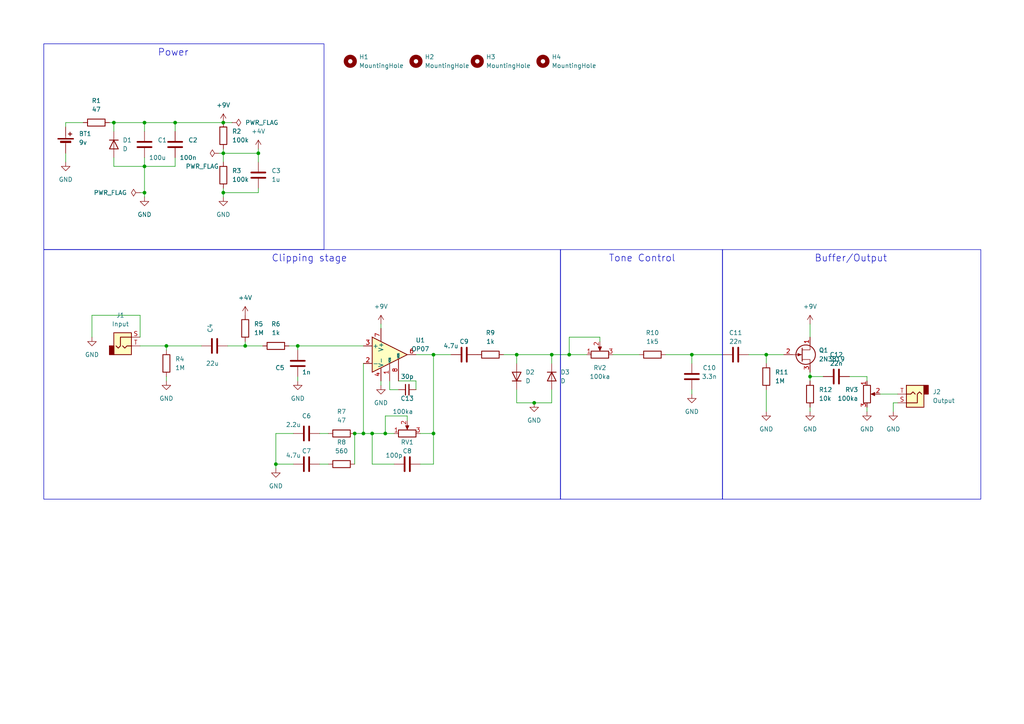
<source format=kicad_sch>
(kicad_sch (version 20230121) (generator eeschema)
  (paper "A4")
  (lib_symbols
    (symbol "Amplifier_Operational:OP07" (pin_names (offset 0.127))
      (property "Reference" "U" (at 1.27 6.35 0))
      (property "Value" "OP07" (at 1.27 3.81 0))
      (symbol "OP07_0_1"
        (polyline (pts (xy -5.08 5.08) (xy 5.08 0) (xy -5.08 -5.08) (xy -5.08 5.08)) (stroke (width 0.254)) (fill (type background)))
      )
      (symbol "OP07_1_1"
        (pin input line (at 0 -7.62 90) (length 5.08) (name "VOS") (number "1"))
        (pin input line (at -7.62 -2.54 0) (length 2.54) (name "-") (number "2"))
        (pin input line (at -7.62 2.54 0) (length 2.54) (name "+") (number "3"))
        (pin power_in line (at -2.54 -7.62 90) (length 3.81) (name "V-") (number "4"))
        (pin no_connect line (at 0 2.54 270) (length 2.54) hide (name "NC") (number "5"))
        (pin output line (at 7.62 0 180) (length 2.54) (name "~") (number "6"))
        (pin power_in line (at -2.54 7.62 270) (length 3.81) (name "V+") (number "7"))
        (pin input line (at 2.54 -7.62 90) (length 6.35) (name "VOS") (number "8"))
      )
    )
    (symbol "Connector_Audio:AudioJack2"
      (property "Reference" "J" (at 0 8.89 0))
      (property "Value" "AudioJack2" (at 0 6.35 0))
      (symbol "AudioJack2_0_1"
        (rectangle (start -3.81 0) (end -2.54 -2.54) (stroke (width 0.254)) (fill (type outline)))
        (rectangle (start -2.54 3.81) (end 2.54 -2.54) (stroke (width 0.254)) (fill (type background)))
        (polyline (pts (xy 0 0) (xy 0.635 -0.635) (xy 1.27 0) (xy 2.54 0)) (stroke (width 0.254)))
        (polyline (pts (xy 2.54 2.54) (xy -0.635 2.54) (xy -0.635 0) (xy -1.27 -0.635) (xy -1.905 0)) (stroke (width 0.254)))
      )
      (symbol "AudioJack2_1_1"
        (pin passive line (at 5.08 2.54 180) (length 2.54) (name "~") (number "S"))
        (pin passive line (at 5.08 0 180) (length 2.54) (name "~") (number "T"))
      )
    )
    (symbol "Device:Battery_Cell" (pin_numbers hide) (pin_names (offset 0) hide)
      (property "Reference" "BT" (at 2.54 2.54 0))
      (property "Value" "Battery_Cell" (at 2.54 0 0))
      (symbol "Battery_Cell_0_1"
        (rectangle (start -2.286 1.778) (end 2.286 1.524) (fill (type outline)))
        (rectangle (start -1.524 1.016) (end 1.524 0.508) (fill (type outline)))
        (polyline (pts (xy 0 0.762) (xy 0 0)))
        (polyline (pts (xy 0 1.778) (xy 0 2.54)))
        (polyline (pts (xy 0.762 3.048) (xy 1.778 3.048)) (stroke (width 0.254)))
        (polyline (pts (xy 1.27 3.556) (xy 1.27 2.54)) (stroke (width 0.254)))
      )
      (symbol "Battery_Cell_1_1"
        (pin passive line (at 0 5.08 270) (length 2.54) (name "+") (number "1"))
        (pin passive line (at 0 -2.54 90) (length 2.54) (name "-") (number "2"))
      )
    )
    (symbol "Device:C" (pin_numbers hide) (pin_names (offset 0.254))
      (property "Reference" "C" (at 0.635 2.54 0))
      (property "Value" "C" (at 0.635 -2.54 0))
      (symbol "C_0_1"
        (polyline (pts (xy -2.032 -0.762) (xy 2.032 -0.762)) (stroke (width 0.508)))
        (polyline (pts (xy -2.032 0.762) (xy 2.032 0.762)) (stroke (width 0.508)))
      )
      (symbol "C_1_1"
        (pin passive line (at 0 3.81 270) (length 2.794) (name "~") (number "1"))
        (pin passive line (at 0 -3.81 90) (length 2.794) (name "~") (number "2"))
      )
    )
    (symbol "Device:C_Small" (pin_numbers hide) (pin_names (offset 0.254) hide)
      (property "Reference" "C" (at 0.254 1.778 0))
      (property "Value" "C_Small" (at 0.254 -2.032 0))
      (symbol "C_Small_0_1"
        (polyline (pts (xy -1.524 -0.508) (xy 1.524 -0.508)) (stroke (width 0.3302)))
        (polyline (pts (xy -1.524 0.508) (xy 1.524 0.508)) (stroke (width 0.3048)))
      )
      (symbol "C_Small_1_1"
        (pin passive line (at 0 2.54 270) (length 2.032) (name "~") (number "1"))
        (pin passive line (at 0 -2.54 90) (length 2.032) (name "~") (number "2"))
      )
    )
    (symbol "Device:D" (pin_numbers hide) (pin_names (offset 1.016) hide)
      (property "Reference" "D" (at 0 2.54 0))
      (property "Value" "D" (at 0 -2.54 0))
      (symbol "D_0_1"
        (polyline (pts (xy -1.27 1.27) (xy -1.27 -1.27)) (stroke (width 0.254)))
        (polyline (pts (xy 1.27 0) (xy -1.27 0)))
        (polyline (pts (xy 1.27 1.27) (xy 1.27 -1.27) (xy -1.27 0) (xy 1.27 1.27)) (stroke (width 0.254)))
      )
      (symbol "D_1_1"
        (pin passive line (at -3.81 0 0) (length 2.54) (name "K") (number "1"))
        (pin passive line (at 3.81 0 180) (length 2.54) (name "A") (number "2"))
      )
    )
    (symbol "Device:R" (pin_numbers hide) (pin_names (offset 0))
      (property "Reference" "R" (at 2.032 0 90))
      (property "Value" "R" (at 0 0 90))
      (symbol "R_0_1"
        (rectangle (start -1.016 -2.54) (end 1.016 2.54) (stroke (width 0.254)))
      )
      (symbol "R_1_1"
        (pin passive line (at 0 3.81 270) (length 1.27) (name "~") (number "1"))
        (pin passive line (at 0 -3.81 90) (length 1.27) (name "~") (number "2"))
      )
    )
    (symbol "Device:R_Potentiometer" (pin_names (offset 1.016) hide)
      (property "Reference" "RV" (at -4.445 0 90))
      (property "Value" "R_Potentiometer" (at -2.54 0 90))
      (symbol "R_Potentiometer_0_1"
        (polyline (pts (xy 2.54 0) (xy 1.524 0)))
        (polyline (pts (xy 1.143 0) (xy 2.286 0.508) (xy 2.286 -0.508) (xy 1.143 0)) (fill (type outline)))
        (rectangle (start 1.016 2.54) (end -1.016 -2.54) (stroke (width 0.254)))
      )
      (symbol "R_Potentiometer_1_1"
        (pin passive line (at 0 3.81 270) (length 1.27) (name "1") (number "1"))
        (pin passive line (at 3.81 0 180) (length 1.27) (name "2") (number "2"))
        (pin passive line (at 0 -3.81 90) (length 1.27) (name "3") (number "3"))
      )
    )
    (symbol "Mechanical:MountingHole" (pin_names (offset 1.016))
      (property "Reference" "H" (at 0 5.08 0))
      (property "Value" "MountingHole" (at 0 3.175 0))
      (symbol "MountingHole_0_1"
        (circle (center 0 0) (radius 1.27) (stroke (width 1.27)))
      )
    )
    (symbol "Transistor_FET:2N3819" (pin_names hide)
      (property "Reference" "Q" (at 5.08 1.905 0))
      (property "Value" "2N3819" (at 5.08 0 0))
      (symbol "2N3819_0_1"
        (polyline (pts (xy 0.254 0) (xy -2.54 0)))
        (polyline (pts (xy 0.254 1.905) (xy 0.254 -1.905)) (stroke (width 0.254)))
        (polyline (pts (xy 2.54 -2.54) (xy 2.54 -1.397) (xy 0.254 -1.397)))
        (polyline (pts (xy 2.54 2.54) (xy 2.54 1.397) (xy 0.254 1.397)))
        (polyline (pts (xy 0 0) (xy -1.016 0.381) (xy -1.016 -0.381) (xy 0 0)) (fill (type outline)))
        (circle (center 1.27 0) (radius 2.8194) (stroke (width 0.254)))
      )
      (symbol "2N3819_1_1"
        (pin passive line (at 2.54 5.08 270) (length 2.54) (name "D") (number "1"))
        (pin input line (at -5.08 0 0) (length 2.54) (name "G") (number "2"))
        (pin passive line (at 2.54 -5.08 90) (length 2.54) (name "S") (number "3"))
      )
    )
    (symbol "power:+4V" (power) (pin_names (offset 0))
      (property "Value" "+4V" (at 0 3.556 0))
      (symbol "+4V_0_1"
        (polyline (pts (xy -0.762 1.27) (xy 0 2.54)))
        (polyline (pts (xy 0 0) (xy 0 2.54)))
        (polyline (pts (xy 0 2.54) (xy 0.762 1.27)))
      )
      (symbol "+4V_1_1"
        (pin power_in line (at 0 0 90) (length 0) hide (name "+4V") (number "1"))
      )
    )
    (symbol "power:+9V" (power) (pin_names (offset 0))
      (property "Value" "+9V" (at 0 3.556 0))
      (symbol "+9V_0_1"
        (polyline (pts (xy -0.762 1.27) (xy 0 2.54)))
        (polyline (pts (xy 0 0) (xy 0 2.54)))
        (polyline (pts (xy 0 2.54) (xy 0.762 1.27)))
      )
      (symbol "+9V_1_1"
        (pin power_in line (at 0 0 90) (length 0) hide (name "+9V") (number "1"))
      )
    )
    (symbol "power:GND" (power) (pin_names (offset 0))
      (property "Value" "GND" (at 0 -3.81 0))
      (symbol "GND_0_1"
        (polyline (pts (xy 0 0) (xy 0 -1.27) (xy 1.27 -1.27) (xy 0 -2.54) (xy -1.27 -1.27) (xy 0 -1.27)))
      )
      (symbol "GND_1_1"
        (pin power_in line (at 0 0 270) (length 0) hide (name "GND") (number "1"))
      )
    )
    (symbol "power:PWR_FLAG" (power) (pin_numbers hide) (pin_names (offset 0) hide)
      (property "Value" "PWR_FLAG" (at 0 3.81 0))
      (symbol "PWR_FLAG_0_0"
        (pin power_out line (at 0 0 90) (length 0) (name "pwr") (number "1"))
      )
      (symbol "PWR_FLAG_0_1"
        (polyline (pts (xy 0 0) (xy 0 1.27) (xy -1.016 1.905) (xy 0 2.54) (xy 1.016 1.905) (xy 0 1.27)))
      )
    )
  )
  (junction (at 149.86 102.87))
  (junction (at 64.77 55.88))
  (junction (at 71.12 100.33))
  (junction (at 200.66 102.87))
  (junction (at 50.8 35.56))
  (junction (at 160.02 102.87))
  (junction (at 64.77 35.56))
  (junction (at 125.73 102.87))
  (junction (at 222.25 102.87))
  (junction (at 74.93 44.45))
  (junction (at 41.91 35.56))
  (junction (at 80.01 134.62))
  (junction (at 111.76 125.73))
  (junction (at 154.94 116.84))
  (junction (at 125.73 125.73))
  (junction (at 64.77 44.45))
  (junction (at 165.1 102.87))
  (junction (at 105.41 125.73))
  (junction (at 48.26 100.33))
  (junction (at 234.95 109.22))
  (junction (at 86.36 100.33))
  (junction (at 41.91 48.26))
  (junction (at 41.91 55.88))
  (junction (at 33.02 35.56))
  (junction (at 102.87 125.73))
  (junction (at 107.95 125.73))
  (wire (pts (xy 19.05 44.45) (xy 19.05 46.99)))
  (wire (pts (xy 33.02 45.72) (xy 33.02 48.26)))
  (wire (pts (xy 76.2 100.33) (xy 71.12 100.33)))
  (wire (pts (xy 102.87 125.73) (xy 105.41 125.73)))
  (wire (pts (xy 86.36 100.33) (xy 105.41 100.33)))
  (wire (pts (xy 160.02 102.87) (xy 165.1 102.87)))
  (wire (pts (xy 86.36 100.33) (xy 86.36 101.6)))
  (wire (pts (xy 121.92 125.73) (xy 125.73 125.73)))
  (wire (pts (xy 102.87 125.73) (xy 102.87 134.62)))
  (wire (pts (xy 200.66 102.87) (xy 209.55 102.87)))
  (wire (pts (xy 40.64 97.79) (xy 40.64 91.44)))
  (wire (pts (xy 24.13 35.56) (xy 19.05 35.56)))
  (wire (pts (xy 111.76 125.73) (xy 114.3 125.73)))
  (wire (pts (xy 149.86 116.84) (xy 154.94 116.84)))
  (wire (pts (xy 234.95 109.22) (xy 238.76 109.22)))
  (wire (pts (xy 48.26 110.49) (xy 48.26 109.22)))
  (wire (pts (xy 259.08 116.84) (xy 259.08 119.38)))
  (wire (pts (xy 64.77 44.45) (xy 74.93 44.45)))
  (wire (pts (xy 107.95 134.62) (xy 114.3 134.62)))
  (wire (pts (xy 71.12 100.33) (xy 71.12 99.06)))
  (wire (pts (xy 217.17 102.87) (xy 222.25 102.87)))
  (wire (pts (xy 234.95 119.38) (xy 234.95 118.11)))
  (wire (pts (xy 95.25 134.62) (xy 92.71 134.62)))
  (wire (pts (xy 74.93 55.88) (xy 74.93 54.61)))
  (wire (pts (xy 234.95 107.95) (xy 234.95 109.22)))
  (wire (pts (xy 85.09 125.73) (xy 80.01 125.73)))
  (wire (pts (xy 74.93 46.99) (xy 74.93 44.45)))
  (wire (pts (xy 165.1 102.87) (xy 170.18 102.87)))
  (wire (pts (xy 26.67 91.44) (xy 26.67 97.79)))
  (wire (pts (xy 105.41 105.41) (xy 105.41 125.73)))
  (wire (pts (xy 64.77 44.45) (xy 64.77 46.99)))
  (wire (pts (xy 200.66 102.87) (xy 200.66 105.41)))
  (wire (pts (xy 105.41 125.73) (xy 107.95 125.73)))
  (wire (pts (xy 41.91 57.15) (xy 41.91 55.88)))
  (wire (pts (xy 165.1 97.79) (xy 165.1 102.87)))
  (wire (pts (xy 120.65 110.49) (xy 120.65 113.03)))
  (wire (pts (xy 149.86 113.03) (xy 149.86 116.84)))
  (wire (pts (xy 125.73 134.62) (xy 121.92 134.62)))
  (wire (pts (xy 33.02 48.26) (xy 41.91 48.26)))
  (wire (pts (xy 41.91 55.88) (xy 41.91 48.26)))
  (wire (pts (xy 110.49 93.98) (xy 110.49 95.25)))
  (wire (pts (xy 48.26 101.6) (xy 48.26 100.33)))
  (wire (pts (xy 118.11 120.65) (xy 111.76 120.65)))
  (wire (pts (xy 120.65 102.87) (xy 125.73 102.87)))
  (wire (pts (xy 234.95 93.98) (xy 234.95 97.79)))
  (wire (pts (xy 64.77 55.88) (xy 64.77 57.15)))
  (wire (pts (xy 80.01 135.89) (xy 80.01 134.62)))
  (wire (pts (xy 64.77 55.88) (xy 74.93 55.88)))
  (wire (pts (xy 41.91 48.26) (xy 50.8 48.26)))
  (wire (pts (xy 130.81 102.87) (xy 125.73 102.87)))
  (wire (pts (xy 64.77 43.18) (xy 64.77 44.45)))
  (wire (pts (xy 115.57 110.49) (xy 120.65 110.49)))
  (wire (pts (xy 222.25 102.87) (xy 227.33 102.87)))
  (wire (pts (xy 125.73 125.73) (xy 125.73 134.62)))
  (wire (pts (xy 80.01 134.62) (xy 85.09 134.62)))
  (wire (pts (xy 40.64 91.44) (xy 26.67 91.44)))
  (wire (pts (xy 173.99 97.79) (xy 165.1 97.79)))
  (wire (pts (xy 33.02 38.1) (xy 33.02 35.56)))
  (wire (pts (xy 222.25 102.87) (xy 222.25 105.41)))
  (wire (pts (xy 113.03 113.03) (xy 115.57 113.03)))
  (wire (pts (xy 50.8 35.56) (xy 64.77 35.56)))
  (wire (pts (xy 83.82 100.33) (xy 86.36 100.33)))
  (wire (pts (xy 50.8 48.26) (xy 50.8 45.72)))
  (wire (pts (xy 67.31 35.56) (xy 64.77 35.56)))
  (wire (pts (xy 41.91 35.56) (xy 50.8 35.56)))
  (wire (pts (xy 125.73 125.73) (xy 125.73 102.87)))
  (wire (pts (xy 63.5 44.45) (xy 64.77 44.45)))
  (wire (pts (xy 255.27 114.3) (xy 260.35 114.3)))
  (wire (pts (xy 251.46 110.49) (xy 251.46 109.22)))
  (wire (pts (xy 222.25 119.38) (xy 222.25 113.03)))
  (wire (pts (xy 64.77 54.61) (xy 64.77 55.88)))
  (wire (pts (xy 251.46 109.22) (xy 246.38 109.22)))
  (wire (pts (xy 160.02 102.87) (xy 160.02 105.41)))
  (wire (pts (xy 41.91 35.56) (xy 41.91 38.1)))
  (wire (pts (xy 154.94 116.84) (xy 160.02 116.84)))
  (wire (pts (xy 200.66 113.03) (xy 200.66 114.3)))
  (wire (pts (xy 110.49 111.76) (xy 110.49 110.49)))
  (wire (pts (xy 113.03 110.49) (xy 113.03 113.03)))
  (wire (pts (xy 260.35 116.84) (xy 259.08 116.84)))
  (wire (pts (xy 149.86 102.87) (xy 149.86 105.41)))
  (wire (pts (xy 80.01 125.73) (xy 80.01 134.62)))
  (wire (pts (xy 107.95 125.73) (xy 107.95 134.62)))
  (wire (pts (xy 107.95 125.73) (xy 111.76 125.73)))
  (wire (pts (xy 33.02 35.56) (xy 41.91 35.56)))
  (wire (pts (xy 193.04 102.87) (xy 200.66 102.87)))
  (wire (pts (xy 31.75 35.56) (xy 33.02 35.56)))
  (wire (pts (xy 149.86 102.87) (xy 160.02 102.87)))
  (wire (pts (xy 95.25 125.73) (xy 92.71 125.73)))
  (wire (pts (xy 40.64 100.33) (xy 48.26 100.33)))
  (wire (pts (xy 173.99 99.06) (xy 173.99 97.79)))
  (wire (pts (xy 146.05 102.87) (xy 149.86 102.87)))
  (wire (pts (xy 19.05 35.56) (xy 19.05 36.83)))
  (wire (pts (xy 177.8 102.87) (xy 185.42 102.87)))
  (wire (pts (xy 40.64 55.88) (xy 41.91 55.88)))
  (wire (pts (xy 74.93 43.18) (xy 74.93 44.45)))
  (wire (pts (xy 160.02 116.84) (xy 160.02 113.03)))
  (wire (pts (xy 50.8 35.56) (xy 50.8 38.1)))
  (wire (pts (xy 251.46 118.11) (xy 251.46 119.38)))
  (wire (pts (xy 111.76 120.65) (xy 111.76 125.73)))
  (wire (pts (xy 118.11 120.65) (xy 118.11 121.92)))
  (wire (pts (xy 234.95 109.22) (xy 234.95 110.49)))
  (wire (pts (xy 66.04 100.33) (xy 71.12 100.33)))
  (wire (pts (xy 48.26 100.33) (xy 58.42 100.33)))
  (wire (pts (xy 41.91 48.26) (xy 41.91 45.72)))
  (wire (pts (xy 86.36 109.22) (xy 86.36 110.49)))
  (rectangle (start 12.7 12.7) (end 93.98 72.39))
  (rectangle (start 12.7 72.39) (end 162.56 144.78))
  (rectangle (start 162.56 72.39) (end 209.55 144.78))
  (rectangle (start 209.55 72.39) (end 284.48 144.78))
  (text "Power" (at 45.72 16.51 0) (effects (font (size 2 2)) (justify left bottom)))
  (text "Tone Control" (at 176.53 76.2 0) (effects (font (size 2 2)) (justify left bottom)))
  (text "Clipping stage" (at 78.74 76.2 0) (effects (font (size 2 2)) (justify left bottom)))
  (text "Buffer/Output" (at 236.22 76.2 0) (effects (font (size 2 2)) (justify left bottom)))
  (symbol (lib_id "power:GND") (at 259.08 119.38 0) (unit 1)
    (property "Reference" "#PWR019" (effects hide))
    (property "Value" "GND" (at 259.08 124.46 0))
  )
  (symbol (lib_id "Mechanical:MountingHole") (at 120.65 17.78 0) (unit 1)
    (property "Reference" "H2" (at 123.19 16.51 0) (effects (justify left)))
    (property "Value" "MountingHole" (at 123.19 19.05 0) (effects (justify left)))
    (property "Footprint" "MountingHole:MountingHole_3.5mm_Pad_Via" (effects hide))
  )
  (symbol (lib_id "power:GND") (at 154.94 116.84 0) (unit 1)
    (property "Reference" "#PWR013" (effects hide))
    (property "Value" "GND" (at 154.94 121.92 0))
  )
  (symbol (lib_id "power:+4V") (at 71.12 91.44 0) (unit 1)
    (property "Reference" "#PWR08" (effects hide))
    (property "Value" "+4V" (at 71.12 86.36 0))
  )
  (symbol (lib_id "Device:C") (at 86.36 105.41 180) (unit 1)
    (property "Reference" "C5" (at 82.55 106.68 0) (effects (justify left)))
    (property "Value" "1n" (at 90.17 107.95 0) (effects (justify left)))
    (property "Footprint" "Capacitor_THT:C_Disc_D10.5mm_W5.0mm_P10.00mm" (effects hide))
  )
  (symbol (lib_id "power:GND") (at 26.67 97.79 0) (unit 1)
    (property "Reference" "#PWR06" (effects hide))
    (property "Value" "GND" (at 26.67 102.87 0))
  )
  (symbol (lib_id "Mechanical:MountingHole") (at 101.6 17.78 0) (unit 1)
    (property "Reference" "H1" (at 104.14 16.51 0) (effects (justify left)))
    (property "Value" "MountingHole" (at 104.14 19.05 0) (effects (justify left)))
    (property "Footprint" "MountingHole:MountingHole_3.5mm_Pad_Via" (effects hide))
  )
  (symbol (lib_id "Transistor_FET:2N3819") (at 232.41 102.87 0) (unit 1)
    (property "Reference" "Q1" (at 237.49 101.6 0) (effects (justify left)))
    (property "Value" "2N3819" (at 237.49 104.14 0) (effects (justify left)))
    (property "Footprint" "Package_TO_SOT_THT:TO-92" (effects hide))
    (property "Datasheet" "https://my.centralsemi.com/datasheets/2N3819.PDF" (effects hide))
  )
  (symbol (lib_id "power:GND") (at 251.46 119.38 0) (unit 1)
    (property "Reference" "#PWR018" (effects hide))
    (property "Value" "GND" (at 251.46 124.46 0))
  )
  (symbol (lib_id "Device:R") (at 64.77 39.37 180) (unit 1)
    (property "Reference" "R2" (at 67.31 38.1 0) (effects (justify right)))
    (property "Value" "100k" (at 67.31 40.64 0) (effects (justify right)))
    (property "Footprint" "Resistor_THT:R_Axial_DIN0207_L6.3mm_D2.5mm_P10.16mm_Horizontal" (effects hide))
  )
  (symbol (lib_id "power:GND") (at 41.91 57.15 0) (unit 1)
    (property "Reference" "#PWR01" (effects hide))
    (property "Value" "GND" (at 41.91 62.23 0))
  )
  (symbol (lib_id "Device:C") (at 74.93 50.8 0) (unit 1)
    (property "Reference" "C3" (at 78.74 49.53 0) (effects (justify left)))
    (property "Value" "1u" (at 78.74 52.07 0) (effects (justify left)))
    (property "Footprint" "Capacitor_THT:C_Disc_D10.5mm_W5.0mm_P10.00mm" (effects hide))
  )
  (symbol (lib_id "Amplifier_Operational:OP07") (at 113.03 102.87 0) (unit 1)
    (property "Reference" "U1" (at 121.92 98.6791 0))
    (property "Value" "OP07" (at 121.92 101.2191 0))
    (property "Footprint" "Package_DIP:DIP-8_W7.62mm_LongPads" (effects hide))
    (property "Datasheet" "https://www.analog.com/media/en/technical-documentation/data-sheets/OP07.pdf" (effects hide))
  )
  (symbol (lib_id "Device:C") (at 41.91 41.91 0) (unit 1)
    (property "Reference" "C1" (at 45.72 40.64 0) (effects (justify left)))
    (property "Value" "100u" (at 43.18 45.72 0) (effects (justify left)))
    (property "Footprint" "Capacitor_THT:C_Disc_D10.5mm_W5.0mm_P10.00mm" (effects hide))
  )
  (symbol (lib_id "power:GND") (at 222.25 119.38 0) (unit 1)
    (property "Reference" "#PWR015" (effects hide))
    (property "Value" "GND" (at 222.25 124.46 0))
  )
  (symbol (lib_id "Device:C") (at 88.9 125.73 90) (unit 1)
    (property "Reference" "C6" (at 88.9 120.65 90))
    (property "Value" "2.2u" (at 85.09 123.19 90))
    (property "Footprint" "Capacitor_THT:C_Disc_D10.5mm_W5.0mm_P10.00mm" (effects hide))
  )
  (symbol (lib_id "power:+9V") (at 64.77 35.56 0) (unit 1)
    (property "Reference" "#PWR04" (effects hide))
    (property "Value" "+9V" (at 64.77 30.48 0))
  )
  (symbol (lib_id "Connector_Audio:AudioJack2") (at 35.56 100.33 0) (unit 1)
    (property "Reference" "J1" (at 34.925 91.44 0))
    (property "Value" "Input" (at 34.925 93.98 0))
    (property "Footprint" "Connector_Audio:Jack_6.35mm_Neutrik_NMJ4HHD2_Horizontal" (effects hide))
  )
  (symbol (lib_id "Device:D") (at 160.02 109.22 270) (unit 1)
    (property "Reference" "D3" (at 162.56 107.95 90) (effects (justify left)))
    (property "Value" "D" (at 162.56 110.49 90) (effects (justify left)))
    (property "Footprint" "Diode_THT:D_DO-15_P12.70mm_Horizontal" (effects hide))
    (property "Sim.Device" "D" (effects hide))
    (property "Sim.Pins" "1=K 2=A" (effects hide))
  )
  (symbol (lib_id "power:GND") (at 86.36 110.49 0) (unit 1)
    (property "Reference" "#PWR09" (effects hide))
    (property "Value" "GND" (at 86.36 115.57 0))
  )
  (symbol (lib_id "power:+4V") (at 74.93 43.18 0) (unit 1)
    (property "Reference" "#PWR05" (effects hide))
    (property "Value" "+4V" (at 74.93 38.1 0))
  )
  (symbol (lib_id "Device:R_Potentiometer") (at 118.11 125.73 90) (unit 1)
    (property "Reference" "RV1" (at 118.11 128.27 90))
    (property "Value" "100ka" (at 116.84 119.38 90))
    (property "Footprint" "Potentiometer_THT:Potentiometer_Alps_RK09K_Single_Vertical" (effects hide))
  )
  (symbol (lib_id "power:GND") (at 19.05 46.99 0) (unit 1)
    (property "Reference" "#PWR02" (effects hide))
    (property "Value" "GND" (at 19.05 52.07 0))
  )
  (symbol (lib_id "Device:C") (at 88.9 134.62 90) (unit 1)
    (property "Reference" "C7" (at 88.9 130.81 90))
    (property "Value" "4.7u" (at 85.09 132.08 90))
    (property "Footprint" "Capacitor_THT:C_Disc_D10.5mm_W5.0mm_P10.00mm" (effects hide))
  )
  (symbol (lib_id "Device:R") (at 80.01 100.33 270) (unit 1)
    (property "Reference" "R6" (at 80.01 93.98 90))
    (property "Value" "1k" (at 80.01 96.52 90))
    (property "Footprint" "Resistor_THT:R_Axial_DIN0207_L6.3mm_D2.5mm_P10.16mm_Horizontal" (effects hide))
  )
  (symbol (lib_id "Device:R") (at 64.77 50.8 180) (unit 1)
    (property "Reference" "R3" (at 67.31 49.53 0) (effects (justify right)))
    (property "Value" "100k" (at 67.31 52.07 0) (effects (justify right)))
    (property "Footprint" "Resistor_THT:R_Axial_DIN0207_L6.3mm_D2.5mm_P10.16mm_Horizontal" (effects hide))
  )
  (symbol (lib_id "power:+9V") (at 110.49 93.98 0) (unit 1)
    (property "Reference" "#PWR011" (effects hide))
    (property "Value" "+9V" (at 110.49 88.9 0))
  )
  (symbol (lib_id "Device:C") (at 242.57 109.22 270) (unit 1)
    (property "Reference" "C12" (at 242.57 102.87 90))
    (property "Value" "22n" (at 242.57 105.41 90))
    (property "Footprint" "Capacitor_THT:C_Disc_D10.5mm_W5.0mm_P10.00mm" (effects hide))
  )
  (symbol (lib_id "Device:R") (at 222.25 109.22 180) (unit 1)
    (property "Reference" "R11" (at 224.79 107.95 0) (effects (justify right)))
    (property "Value" "1M" (at 224.79 110.49 0) (effects (justify right)))
    (property "Footprint" "Resistor_THT:R_Axial_DIN0207_L6.3mm_D2.5mm_P10.16mm_Horizontal" (effects hide))
  )
  (symbol (lib_id "Mechanical:MountingHole") (at 157.48 17.78 0) (unit 1)
    (property "Reference" "H4" (at 160.02 16.51 0) (effects (justify left)))
    (property "Value" "MountingHole" (at 160.02 19.05 0) (effects (justify left)))
    (property "Footprint" "MountingHole:MountingHole_3.5mm_Pad_Via" (effects hide))
  )
  (symbol (lib_id "Device:C") (at 118.11 134.62 90) (unit 1)
    (property "Reference" "C8" (at 118.11 130.81 90))
    (property "Value" "100p" (at 114.3 132.08 90))
    (property "Footprint" "Capacitor_THT:C_Disc_D10.5mm_W5.0mm_P10.00mm" (effects hide))
  )
  (symbol (lib_id "power:GND") (at 234.95 119.38 0) (unit 1)
    (property "Reference" "#PWR017" (effects hide))
    (property "Value" "GND" (at 234.95 124.46 0))
  )
  (symbol (lib_id "Device:R") (at 234.95 114.3 180) (unit 1)
    (property "Reference" "R12" (at 237.49 113.03 0) (effects (justify right)))
    (property "Value" "10k" (at 237.49 115.57 0) (effects (justify right)))
    (property "Footprint" "Resistor_THT:R_Axial_DIN0207_L6.3mm_D2.5mm_P10.16mm_Horizontal" (effects hide))
  )
  (symbol (lib_id "Device:Battery_Cell") (at 19.05 41.91 0) (unit 1)
    (property "Reference" "BT1" (at 22.86 38.7985 0) (effects (justify left)))
    (property "Value" "9v" (at 22.86 41.3385 0) (effects (justify left)))
    (property "Footprint" "Battery:BatteryHolder_Eagle_12BH611-GR" (effects hide))
  )
  (symbol (lib_id "power:GND") (at 110.49 111.76 0) (unit 1)
    (property "Reference" "#PWR010" (effects hide))
    (property "Value" "GND" (at 110.49 116.84 0))
  )
  (symbol (lib_id "Device:R_Potentiometer") (at 251.46 114.3 0) (unit 1)
    (property "Reference" "RV3" (at 248.92 113.03 0) (effects (justify right)))
    (property "Value" "100ka" (at 248.92 115.57 0) (effects (justify right)))
    (property "Footprint" "Potentiometer_THT:Potentiometer_Alps_RK09K_Single_Vertical" (effects hide))
  )
  (symbol (lib_id "Device:C") (at 200.66 109.22 180) (unit 1)
    (property "Reference" "C10" (at 205.74 106.68 0))
    (property "Value" "3.3n" (at 205.74 109.22 0))
    (property "Footprint" "Capacitor_THT:C_Disc_D10.5mm_W5.0mm_P10.00mm" (effects hide))
  )
  (symbol (lib_id "power:GND") (at 80.01 135.89 0) (unit 1)
    (property "Reference" "#PWR012" (effects hide))
    (property "Value" "GND" (at 80.01 140.97 0))
  )
  (symbol (lib_id "Device:C") (at 62.23 100.33 90) (unit 1)
    (property "Reference" "C4" (at 60.96 96.52 0) (effects (justify left)))
    (property "Value" "22u" (at 63.5 105.41 90) (effects (justify left)))
    (property "Footprint" "Capacitor_THT:C_Disc_D10.5mm_W5.0mm_P10.00mm" (effects hide))
  )
  (symbol (lib_id "Device:R") (at 142.24 102.87 270) (unit 1)
    (property "Reference" "R9" (at 142.24 96.52 90))
    (property "Value" "1k" (at 142.24 99.06 90))
    (property "Footprint" "Resistor_THT:R_Axial_DIN0207_L6.3mm_D2.5mm_P10.16mm_Horizontal" (effects hide))
  )
  (symbol (lib_id "Device:R_Potentiometer") (at 173.99 102.87 90) (unit 1)
    (property "Reference" "RV2" (at 173.99 106.68 90))
    (property "Value" "100ka" (at 173.99 109.22 90))
    (property "Footprint" "Potentiometer_THT:Potentiometer_Alps_RK09K_Single_Vertical" (effects hide))
  )
  (symbol (lib_id "Device:R") (at 27.94 35.56 90) (unit 1)
    (property "Reference" "R1" (at 27.94 29.21 90))
    (property "Value" "47" (at 27.94 31.75 90))
    (property "Footprint" "Resistor_THT:R_Axial_DIN0207_L6.3mm_D2.5mm_P10.16mm_Horizontal" (effects hide))
  )
  (symbol (lib_id "Device:C") (at 134.62 102.87 90) (unit 1)
    (property "Reference" "C9" (at 134.62 99.06 90))
    (property "Value" "4.7u" (at 130.81 100.33 90))
    (property "Footprint" "Capacitor_THT:C_Disc_D10.5mm_W5.0mm_P10.00mm" (effects hide))
  )
  (symbol (lib_id "power:PWR_FLAG") (at 63.5 44.45 90) (unit 1)
    (property "Reference" "#FLG02" (effects hide))
    (property "Value" "PWR_FLAG" (at 63.5 48.26 90) (effects (justify left)))
  )
  (symbol (lib_id "Device:R") (at 99.06 125.73 270) (unit 1)
    (property "Reference" "R7" (at 99.06 119.38 90))
    (property "Value" "47" (at 99.06 121.92 90))
    (property "Footprint" "Resistor_THT:R_Axial_DIN0207_L6.3mm_D2.5mm_P10.16mm_Horizontal" (effects hide))
  )
  (symbol (lib_id "power:PWR_FLAG") (at 67.31 35.56 270) (unit 1)
    (property "Reference" "#FLG01" (effects hide))
    (property "Value" "PWR_FLAG" (at 71.12 35.56 90) (effects (justify left)))
  )
  (symbol (lib_id "power:GND") (at 48.26 110.49 0) (unit 1)
    (property "Reference" "#PWR07" (effects hide))
    (property "Value" "GND" (at 48.26 115.57 0))
  )
  (symbol (lib_id "Connector_Audio:AudioJack2") (at 265.43 114.3 180) (unit 1)
    (property "Reference" "J2" (at 270.51 113.665 0) (effects (justify right)))
    (property "Value" "Output" (at 270.51 116.205 0) (effects (justify right)))
    (property "Footprint" "Connector_Audio:Jack_6.35mm_Neutrik_NMJ4HHD2_Horizontal" (effects hide))
  )
  (symbol (lib_id "Device:R") (at 48.26 105.41 180) (unit 1)
    (property "Reference" "R4" (at 50.8 104.14 0) (effects (justify right)))
    (property "Value" "1M" (at 50.8 106.68 0) (effects (justify right)))
    (property "Footprint" "Resistor_THT:R_Axial_DIN0207_L6.3mm_D2.5mm_P10.16mm_Horizontal" (effects hide))
  )
  (symbol (lib_id "Mechanical:MountingHole") (at 138.43 17.78 0) (unit 1)
    (property "Reference" "H3" (at 140.97 16.51 0) (effects (justify left)))
    (property "Value" "MountingHole" (at 140.97 19.05 0) (effects (justify left)))
    (property "Footprint" "MountingHole:MountingHole_3.5mm_Pad_Via" (effects hide))
  )
  (symbol (lib_id "Device:D") (at 33.02 41.91 270) (unit 1)
    (property "Reference" "D1" (at 35.56 40.64 90) (effects (justify left)))
    (property "Value" "D" (at 35.56 43.18 90) (effects (justify left)))
    (property "Footprint" "Diode_THT:D_DO-15_P12.70mm_Horizontal" (effects hide))
    (property "Sim.Device" "D" (effects hide))
    (property "Sim.Pins" "1=K 2=A" (effects hide))
  )
  (symbol (lib_id "power:PWR_FLAG") (at 40.64 55.88 90) (unit 1)
    (property "Reference" "#FLG03" (effects hide))
    (property "Value" "PWR_FLAG" (at 36.83 55.88 90) (effects (justify left)))
  )
  (symbol (lib_id "power:+9V") (at 234.95 93.98 0) (unit 1)
    (property "Reference" "#PWR016" (effects hide))
    (property "Value" "+9V" (at 234.95 88.9 0))
  )
  (symbol (lib_id "power:GND") (at 200.66 114.3 0) (unit 1)
    (property "Reference" "#PWR014" (effects hide))
    (property "Value" "GND" (at 200.66 119.38 0))
  )
  (symbol (lib_id "Device:R") (at 99.06 134.62 270) (unit 1)
    (property "Reference" "R8" (at 99.06 128.27 90))
    (property "Value" "560" (at 99.06 130.81 90))
    (property "Footprint" "Resistor_THT:R_Axial_DIN0207_L6.3mm_D2.5mm_P10.16mm_Horizontal" (effects hide))
  )
  (symbol (lib_id "Device:C") (at 50.8 41.91 0) (unit 1)
    (property "Reference" "C2" (at 54.61 40.64 0) (effects (justify left)))
    (property "Value" "100n" (at 52.07 45.72 0) (effects (justify left)))
    (property "Footprint" "Capacitor_THT:C_Disc_D10.5mm_W5.0mm_P10.00mm" (effects hide))
  )
  (symbol (lib_id "Device:R") (at 189.23 102.87 270) (unit 1)
    (property "Reference" "R10" (at 189.23 96.52 90))
    (property "Value" "1k5" (at 189.23 99.06 90))
    (property "Footprint" "Resistor_THT:R_Axial_DIN0207_L6.3mm_D2.5mm_P10.16mm_Horizontal" (effects hide))
  )
  (symbol (lib_id "power:GND") (at 64.77 57.15 0) (unit 1)
    (property "Reference" "#PWR03" (effects hide))
    (property "Value" "GND" (at 64.77 62.23 0))
  )
  (symbol (lib_id "Device:C_Small") (at 118.11 113.03 90) (unit 1)
    (property "Reference" "C13" (at 118.11 115.57 90))
    (property "Value" "30p" (at 118.1163 109.22 90))
    (property "Footprint" "Capacitor_THT:C_Disc_D10.5mm_W5.0mm_P10.00mm" (effects hide))
  )
  (symbol (lib_id "Device:D") (at 149.86 109.22 90) (unit 1)
    (property "Reference" "D2" (at 152.4 107.95 90) (effects (justify right)))
    (property "Value" "D" (at 152.4 110.49 90) (effects (justify right)))
    (property "Footprint" "Diode_THT:D_DO-15_P12.70mm_Horizontal" (effects hide))
    (property "Sim.Device" "D" (effects hide))
    (property "Sim.Pins" "1=K 2=A" (effects hide))
  )
  (symbol (lib_id "Device:C") (at 213.36 102.87 270) (unit 1)
    (property "Reference" "C11" (at 213.36 96.52 90))
    (property "Value" "22n" (at 213.36 99.06 90))
    (property "Footprint" "Capacitor_THT:C_Disc_D10.5mm_W5.0mm_P10.00mm" (effects hide))
  )
  (symbol (lib_id "Device:R") (at 71.12 95.25 180) (unit 1)
    (property "Reference" "R5" (at 73.66 93.98 0) (effects (justify right)))
    (property "Value" "1M" (at 73.66 96.52 0) (effects (justify right)))
    (property "Footprint" "Resistor_THT:R_Axial_DIN0207_L6.3mm_D2.5mm_P10.16mm_Horizontal" (effects hide))
  )
)
</source>
